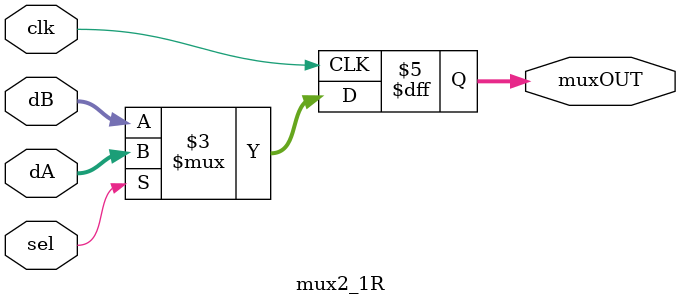
<source format=sv>
module mux2_1R #(parameter W=8) (
	input logic clk, sel,
	input logic [W-1:0] dA, dB,
	output reg [W-1:0] muxOUT
);

always_ff @(posedge clk) begin
	if (sel)
		muxOUT <= dA;
	else 
		muxOUT <= dB;
end

endmodule

</source>
